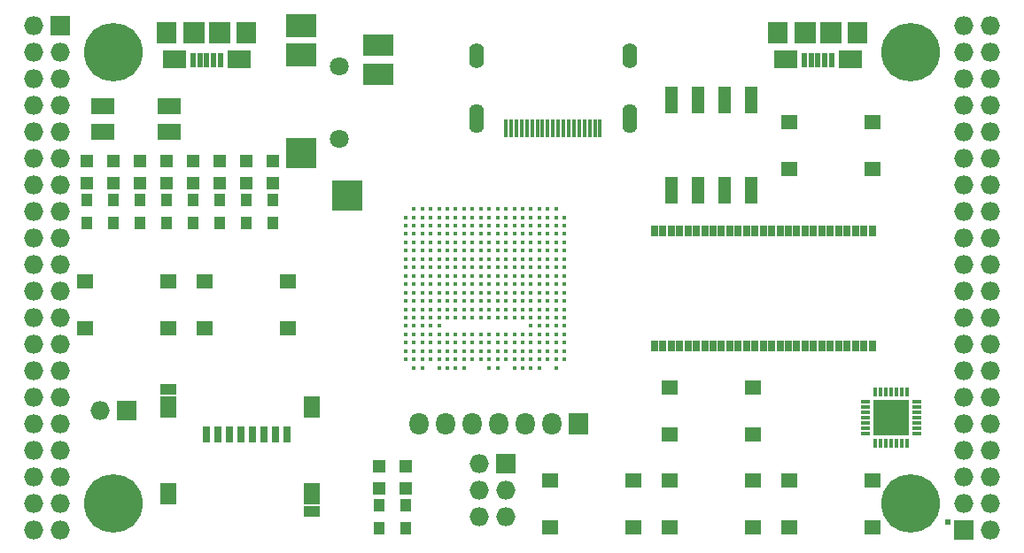
<source format=gts>
G04 #@! TF.FileFunction,Soldermask,Top*
%FSLAX46Y46*%
G04 Gerber Fmt 4.6, Leading zero omitted, Abs format (unit mm)*
G04 Created by KiCad (PCBNEW 4.0.7+dfsg1-1) date Fri Oct 13 00:45:46 2017*
%MOMM*%
%LPD*%
G01*
G04 APERTURE LIST*
%ADD10C,0.100000*%
%ADD11R,1.298880X1.298880*%
%ADD12R,0.660000X1.000000*%
%ADD13R,1.827200X1.827200*%
%ADD14O,1.827200X1.827200*%
%ADD15C,5.600000*%
%ADD16R,2.300000X1.500000*%
%ADD17R,1.000000X1.300000*%
%ADD18R,2.200000X1.700000*%
%ADD19R,2.000000X2.000000*%
%ADD20R,0.500000X1.450000*%
%ADD21R,1.900000X2.000000*%
%ADD22O,0.950000X0.400000*%
%ADD23O,0.400000X0.950000*%
%ADD24R,1.775000X1.775000*%
%ADD25R,0.600000X0.600000*%
%ADD26R,1.827200X2.132000*%
%ADD27O,1.827200X2.132000*%
%ADD28R,2.900000X2.300000*%
%ADD29R,2.900000X2.900000*%
%ADD30R,2.900000X2.100000*%
%ADD31C,1.800000*%
%ADD32O,1.400000X2.800000*%
%ADD33O,1.400000X2.400000*%
%ADD34R,0.350000X1.700000*%
%ADD35R,1.650000X1.400000*%
%ADD36R,1.220000X2.540000*%
%ADD37C,0.430000*%
%ADD38R,0.800000X1.600000*%
%ADD39R,1.550000X1.000000*%
%ADD40R,1.550000X2.100000*%
G04 APERTURE END LIST*
D10*
D11*
X118230000Y-77709020D03*
X118230000Y-75610980D03*
X115690000Y-77709020D03*
X115690000Y-75610980D03*
X113150000Y-77709020D03*
X113150000Y-75610980D03*
X110610000Y-77709020D03*
X110610000Y-75610980D03*
X108070000Y-77709020D03*
X108070000Y-75610980D03*
X105530000Y-77709020D03*
X105530000Y-75610980D03*
X102990000Y-77709020D03*
X102990000Y-75610980D03*
X100450000Y-77709020D03*
X100450000Y-75610980D03*
D12*
X175480000Y-82270000D03*
X154680000Y-93330000D03*
X155480000Y-93330000D03*
X156280000Y-93330000D03*
X157080000Y-93330000D03*
X157880000Y-93330000D03*
X158680000Y-93330000D03*
X159480000Y-93330000D03*
X160280000Y-93330000D03*
X161080000Y-93330000D03*
X161880000Y-93330000D03*
X162680000Y-93330000D03*
X163480000Y-93330000D03*
X164280000Y-93330000D03*
X165080000Y-93330000D03*
X165880000Y-93330000D03*
X166680000Y-93330000D03*
X167480000Y-93330000D03*
X168280000Y-93330000D03*
X169080000Y-93330000D03*
X169880000Y-93330000D03*
X170680000Y-93330000D03*
X171480000Y-93330000D03*
X172280000Y-93330000D03*
X173080000Y-93330000D03*
X173880000Y-93330000D03*
X174680000Y-93330000D03*
X175480000Y-93330000D03*
X174680000Y-82270000D03*
X173880000Y-82270000D03*
X173080000Y-82270000D03*
X172280000Y-82270000D03*
X171480000Y-82270000D03*
X170680000Y-82270000D03*
X169880000Y-82270000D03*
X169080000Y-82270000D03*
X168280000Y-82270000D03*
X167480000Y-82270000D03*
X166680000Y-82270000D03*
X165880000Y-82270000D03*
X165080000Y-82270000D03*
X164280000Y-82270000D03*
X163480000Y-82270000D03*
X162680000Y-82270000D03*
X161880000Y-82270000D03*
X161080000Y-82270000D03*
X160280000Y-82270000D03*
X159480000Y-82270000D03*
X158680000Y-82270000D03*
X157880000Y-82270000D03*
X157080000Y-82270000D03*
X156280000Y-82270000D03*
X155480000Y-82270000D03*
X154680000Y-82270000D03*
D13*
X97910000Y-62690000D03*
D14*
X95370000Y-62690000D03*
X97910000Y-65230000D03*
X95370000Y-65230000D03*
X97910000Y-67770000D03*
X95370000Y-67770000D03*
X97910000Y-70310000D03*
X95370000Y-70310000D03*
X97910000Y-72850000D03*
X95370000Y-72850000D03*
X97910000Y-75390000D03*
X95370000Y-75390000D03*
X97910000Y-77930000D03*
X95370000Y-77930000D03*
X97910000Y-80470000D03*
X95370000Y-80470000D03*
X97910000Y-83010000D03*
X95370000Y-83010000D03*
X97910000Y-85550000D03*
X95370000Y-85550000D03*
X97910000Y-88090000D03*
X95370000Y-88090000D03*
X97910000Y-90630000D03*
X95370000Y-90630000D03*
X97910000Y-93170000D03*
X95370000Y-93170000D03*
X97910000Y-95710000D03*
X95370000Y-95710000D03*
X97910000Y-98250000D03*
X95370000Y-98250000D03*
X97910000Y-100790000D03*
X95370000Y-100790000D03*
X97910000Y-103330000D03*
X95370000Y-103330000D03*
X97910000Y-105870000D03*
X95370000Y-105870000D03*
X97910000Y-108410000D03*
X95370000Y-108410000D03*
X97910000Y-110950000D03*
X95370000Y-110950000D03*
D13*
X184270000Y-110950000D03*
D14*
X186810000Y-110950000D03*
X184270000Y-108410000D03*
X186810000Y-108410000D03*
X184270000Y-105870000D03*
X186810000Y-105870000D03*
X184270000Y-103330000D03*
X186810000Y-103330000D03*
X184270000Y-100790000D03*
X186810000Y-100790000D03*
X184270000Y-98250000D03*
X186810000Y-98250000D03*
X184270000Y-95710000D03*
X186810000Y-95710000D03*
X184270000Y-93170000D03*
X186810000Y-93170000D03*
X184270000Y-90630000D03*
X186810000Y-90630000D03*
X184270000Y-88090000D03*
X186810000Y-88090000D03*
X184270000Y-85550000D03*
X186810000Y-85550000D03*
X184270000Y-83010000D03*
X186810000Y-83010000D03*
X184270000Y-80470000D03*
X186810000Y-80470000D03*
X184270000Y-77930000D03*
X186810000Y-77930000D03*
X184270000Y-75390000D03*
X186810000Y-75390000D03*
X184270000Y-72850000D03*
X186810000Y-72850000D03*
X184270000Y-70310000D03*
X186810000Y-70310000D03*
X184270000Y-67770000D03*
X186810000Y-67770000D03*
X184270000Y-65230000D03*
X186810000Y-65230000D03*
X184270000Y-62690000D03*
X186810000Y-62690000D03*
D15*
X102990000Y-108410000D03*
X179190000Y-108410000D03*
X179190000Y-65230000D03*
X102990000Y-65230000D03*
D16*
X108274000Y-70330000D03*
X101974000Y-70330000D03*
X101974000Y-72830000D03*
X108274000Y-72830000D03*
D13*
X104260000Y-99520000D03*
D14*
X101720000Y-99520000D03*
D11*
X128390000Y-104820980D03*
X128390000Y-106919020D03*
X130930000Y-104820980D03*
X130930000Y-106919020D03*
D17*
X128390000Y-108580000D03*
X128390000Y-110780000D03*
X130930000Y-110780000D03*
X130930000Y-108580000D03*
D18*
X114980000Y-65875000D03*
X108780000Y-65875000D03*
D19*
X113080000Y-63325000D03*
X110680000Y-63325000D03*
D20*
X113180000Y-66000000D03*
X112530000Y-66000000D03*
X111880000Y-66000000D03*
X111230000Y-66000000D03*
X110580000Y-66000000D03*
D21*
X115680000Y-63325000D03*
X108080000Y-63325000D03*
D18*
X173400000Y-65875000D03*
X167200000Y-65875000D03*
D19*
X171500000Y-63325000D03*
X169100000Y-63325000D03*
D20*
X171600000Y-66000000D03*
X170950000Y-66000000D03*
X170300000Y-66000000D03*
X169650000Y-66000000D03*
X169000000Y-66000000D03*
D21*
X174100000Y-63325000D03*
X166500000Y-63325000D03*
D13*
X140455000Y-104600000D03*
D14*
X137915000Y-104600000D03*
X140455000Y-107140000D03*
X137915000Y-107140000D03*
X140455000Y-109680000D03*
X137915000Y-109680000D03*
D17*
X118230000Y-81570000D03*
X118230000Y-79370000D03*
X115690000Y-81570000D03*
X115690000Y-79370000D03*
X113150000Y-81570000D03*
X113150000Y-79370000D03*
X110610000Y-81570000D03*
X110610000Y-79370000D03*
X108070000Y-81570000D03*
X108070000Y-79370000D03*
X105530000Y-81570000D03*
X105530000Y-79370000D03*
X102990000Y-81570000D03*
X102990000Y-79370000D03*
X100450000Y-81570000D03*
X100450000Y-79370000D03*
D22*
X179735000Y-101655000D03*
X179735000Y-101155000D03*
X179735000Y-100655000D03*
X179735000Y-100155000D03*
X179735000Y-99655000D03*
X179735000Y-99155000D03*
X179735000Y-98655000D03*
D23*
X178785000Y-97705000D03*
X178285000Y-97705000D03*
X177785000Y-97705000D03*
X177285000Y-97705000D03*
X176785000Y-97705000D03*
X176285000Y-97705000D03*
X175785000Y-97705000D03*
D22*
X174835000Y-98655000D03*
X174835000Y-99155000D03*
X174835000Y-99655000D03*
X174835000Y-100155000D03*
X174835000Y-100655000D03*
X174835000Y-101155000D03*
X174835000Y-101655000D03*
D23*
X175785000Y-102605000D03*
X176285000Y-102605000D03*
X176785000Y-102605000D03*
X177285000Y-102605000D03*
X177785000Y-102605000D03*
X178285000Y-102605000D03*
X178785000Y-102605000D03*
D24*
X176447500Y-99317500D03*
X176447500Y-100992500D03*
X178122500Y-99317500D03*
X178122500Y-100992500D03*
D25*
X182680000Y-110200000D03*
D26*
X147440000Y-100790000D03*
D27*
X144900000Y-100790000D03*
X142360000Y-100790000D03*
X139820000Y-100790000D03*
X137280000Y-100790000D03*
X134740000Y-100790000D03*
X132200000Y-100790000D03*
D28*
X120880000Y-62640000D03*
X120880000Y-65440000D03*
D29*
X120880000Y-74840000D03*
X125330000Y-78940000D03*
D30*
X128280000Y-67340000D03*
X128280000Y-64540000D03*
D31*
X124580000Y-66540000D03*
X124580000Y-73540000D03*
D32*
X152280000Y-71550000D03*
X137680000Y-71550000D03*
D33*
X137680000Y-65500000D03*
D34*
X140480000Y-72500000D03*
X140980000Y-72500000D03*
X141480000Y-72500000D03*
X141980000Y-72500000D03*
X142480000Y-72500000D03*
X142980000Y-72500000D03*
X143480000Y-72500000D03*
X143980000Y-72500000D03*
X144480000Y-72500000D03*
X144980000Y-72500000D03*
X145480000Y-72500000D03*
X145980000Y-72500000D03*
X146480000Y-72500000D03*
X146980000Y-72500000D03*
X147480000Y-72500000D03*
X147980000Y-72500000D03*
X148480000Y-72500000D03*
X148980000Y-72500000D03*
X149480000Y-72500000D03*
D33*
X152280000Y-65500000D03*
D35*
X175550000Y-71870000D03*
X175550000Y-76370000D03*
X167590000Y-76370000D03*
X167590000Y-71870000D03*
X100280000Y-91610000D03*
X100280000Y-87110000D03*
X108240000Y-87110000D03*
X108240000Y-91610000D03*
X111710000Y-91610000D03*
X111710000Y-87110000D03*
X119670000Y-87110000D03*
X119670000Y-91610000D03*
X156160000Y-101770000D03*
X156160000Y-97270000D03*
X164120000Y-97270000D03*
X164120000Y-101770000D03*
X164120000Y-106160000D03*
X164120000Y-110660000D03*
X156160000Y-110660000D03*
X156160000Y-106160000D03*
X152690000Y-106160000D03*
X152690000Y-110660000D03*
X144730000Y-110660000D03*
X144730000Y-106160000D03*
X175550000Y-106160000D03*
X175550000Y-110660000D03*
X167590000Y-110660000D03*
X167590000Y-106160000D03*
D36*
X163950000Y-69815000D03*
X156330000Y-78425000D03*
X161410000Y-69815000D03*
X158870000Y-78425000D03*
X158870000Y-69815000D03*
X161410000Y-78425000D03*
X156330000Y-69815000D03*
X163950000Y-78425000D03*
D37*
X131680000Y-80200000D03*
X132480000Y-80200000D03*
X133280000Y-80200000D03*
X134080000Y-80200000D03*
X134880000Y-80200000D03*
X135680000Y-80200000D03*
X136480000Y-80200000D03*
X137280000Y-80200000D03*
X138080000Y-80200000D03*
X138880000Y-80200000D03*
X139680000Y-80200000D03*
X140480000Y-80200000D03*
X141280000Y-80200000D03*
X142080000Y-80200000D03*
X142880000Y-80200000D03*
X143680000Y-80200000D03*
X144480000Y-80200000D03*
X145280000Y-80200000D03*
X130880000Y-81000000D03*
X131680000Y-81000000D03*
X132480000Y-81000000D03*
X133280000Y-81000000D03*
X134080000Y-81000000D03*
X134880000Y-81000000D03*
X135680000Y-81000000D03*
X136480000Y-81000000D03*
X137280000Y-81000000D03*
X138080000Y-81000000D03*
X138880000Y-81000000D03*
X139680000Y-81000000D03*
X140480000Y-81000000D03*
X141280000Y-81000000D03*
X142080000Y-81000000D03*
X142880000Y-81000000D03*
X143680000Y-81000000D03*
X144480000Y-81000000D03*
X145280000Y-81000000D03*
X146080000Y-81000000D03*
X130880000Y-81800000D03*
X131680000Y-81800000D03*
X132480000Y-81800000D03*
X133280000Y-81800000D03*
X134080000Y-81800000D03*
X134880000Y-81800000D03*
X135680000Y-81800000D03*
X136480000Y-81800000D03*
X137280000Y-81800000D03*
X138080000Y-81800000D03*
X138880000Y-81800000D03*
X139680000Y-81800000D03*
X140480000Y-81800000D03*
X141280000Y-81800000D03*
X142080000Y-81800000D03*
X142880000Y-81800000D03*
X143680000Y-81800000D03*
X144480000Y-81800000D03*
X145280000Y-81800000D03*
X146080000Y-81800000D03*
X130880000Y-82600000D03*
X131680000Y-82600000D03*
X132480000Y-82600000D03*
X133280000Y-82600000D03*
X134080000Y-82600000D03*
X134880000Y-82600000D03*
X135680000Y-82600000D03*
X136480000Y-82600000D03*
X137280000Y-82600000D03*
X138080000Y-82600000D03*
X138880000Y-82600000D03*
X139680000Y-82600000D03*
X140480000Y-82600000D03*
X141280000Y-82600000D03*
X142080000Y-82600000D03*
X142880000Y-82600000D03*
X143680000Y-82600000D03*
X144480000Y-82600000D03*
X145280000Y-82600000D03*
X146080000Y-82600000D03*
X130880000Y-83400000D03*
X131680000Y-83400000D03*
X132480000Y-83400000D03*
X133280000Y-83400000D03*
X134080000Y-83400000D03*
X134880000Y-83400000D03*
X135680000Y-83400000D03*
X136480000Y-83400000D03*
X137280000Y-83400000D03*
X138080000Y-83400000D03*
X138880000Y-83400000D03*
X139680000Y-83400000D03*
X140480000Y-83400000D03*
X141280000Y-83400000D03*
X142080000Y-83400000D03*
X142880000Y-83400000D03*
X143680000Y-83400000D03*
X144480000Y-83400000D03*
X145280000Y-83400000D03*
X146080000Y-83400000D03*
X130880000Y-84200000D03*
X131680000Y-84200000D03*
X132480000Y-84200000D03*
X133280000Y-84200000D03*
X134080000Y-84200000D03*
X134880000Y-84200000D03*
X135680000Y-84200000D03*
X136480000Y-84200000D03*
X137280000Y-84200000D03*
X138080000Y-84200000D03*
X138880000Y-84200000D03*
X139680000Y-84200000D03*
X140480000Y-84200000D03*
X141280000Y-84200000D03*
X142080000Y-84200000D03*
X142880000Y-84200000D03*
X143680000Y-84200000D03*
X144480000Y-84200000D03*
X145280000Y-84200000D03*
X146080000Y-84200000D03*
X130880000Y-85000000D03*
X131680000Y-85000000D03*
X132480000Y-85000000D03*
X133280000Y-85000000D03*
X134080000Y-85000000D03*
X134880000Y-85000000D03*
X135680000Y-85000000D03*
X136480000Y-85000000D03*
X137280000Y-85000000D03*
X138080000Y-85000000D03*
X138880000Y-85000000D03*
X139680000Y-85000000D03*
X140480000Y-85000000D03*
X141280000Y-85000000D03*
X142080000Y-85000000D03*
X142880000Y-85000000D03*
X143680000Y-85000000D03*
X144480000Y-85000000D03*
X145280000Y-85000000D03*
X146080000Y-85000000D03*
X130880000Y-85800000D03*
X131680000Y-85800000D03*
X132480000Y-85800000D03*
X133280000Y-85800000D03*
X134080000Y-85800000D03*
X134880000Y-85800000D03*
X135680000Y-85800000D03*
X136480000Y-85800000D03*
X137280000Y-85800000D03*
X138080000Y-85800000D03*
X138880000Y-85800000D03*
X139680000Y-85800000D03*
X140480000Y-85800000D03*
X141280000Y-85800000D03*
X142080000Y-85800000D03*
X142880000Y-85800000D03*
X143680000Y-85800000D03*
X144480000Y-85800000D03*
X145280000Y-85800000D03*
X146080000Y-85800000D03*
X130880000Y-86600000D03*
X131680000Y-86600000D03*
X132480000Y-86600000D03*
X133280000Y-86600000D03*
X134080000Y-86600000D03*
X134880000Y-86600000D03*
X135680000Y-86600000D03*
X136480000Y-86600000D03*
X137280000Y-86600000D03*
X138080000Y-86600000D03*
X138880000Y-86600000D03*
X139680000Y-86600000D03*
X140480000Y-86600000D03*
X141280000Y-86600000D03*
X142080000Y-86600000D03*
X142880000Y-86600000D03*
X143680000Y-86600000D03*
X144480000Y-86600000D03*
X145280000Y-86600000D03*
X146080000Y-86600000D03*
X130880000Y-87400000D03*
X131680000Y-87400000D03*
X132480000Y-87400000D03*
X133280000Y-87400000D03*
X134080000Y-87400000D03*
X134880000Y-87400000D03*
X135680000Y-87400000D03*
X136480000Y-87400000D03*
X137280000Y-87400000D03*
X138080000Y-87400000D03*
X138880000Y-87400000D03*
X139680000Y-87400000D03*
X140480000Y-87400000D03*
X141280000Y-87400000D03*
X142080000Y-87400000D03*
X142880000Y-87400000D03*
X143680000Y-87400000D03*
X144480000Y-87400000D03*
X145280000Y-87400000D03*
X146080000Y-87400000D03*
X130880000Y-88200000D03*
X131680000Y-88200000D03*
X132480000Y-88200000D03*
X133280000Y-88200000D03*
X134080000Y-88200000D03*
X134880000Y-88200000D03*
X135680000Y-88200000D03*
X136480000Y-88200000D03*
X137280000Y-88200000D03*
X138080000Y-88200000D03*
X138880000Y-88200000D03*
X139680000Y-88200000D03*
X140480000Y-88200000D03*
X141280000Y-88200000D03*
X142080000Y-88200000D03*
X142880000Y-88200000D03*
X143680000Y-88200000D03*
X144480000Y-88200000D03*
X145280000Y-88200000D03*
X146080000Y-88200000D03*
X130880000Y-89000000D03*
X131680000Y-89000000D03*
X132480000Y-89000000D03*
X133280000Y-89000000D03*
X134080000Y-89000000D03*
X134880000Y-89000000D03*
X135680000Y-89000000D03*
X136480000Y-89000000D03*
X137280000Y-89000000D03*
X138080000Y-89000000D03*
X138880000Y-89000000D03*
X139680000Y-89000000D03*
X140480000Y-89000000D03*
X141280000Y-89000000D03*
X142080000Y-89000000D03*
X142880000Y-89000000D03*
X143680000Y-89000000D03*
X144480000Y-89000000D03*
X145280000Y-89000000D03*
X146080000Y-89000000D03*
X130880000Y-89800000D03*
X131680000Y-89800000D03*
X132480000Y-89800000D03*
X133280000Y-89800000D03*
X134080000Y-89800000D03*
X134880000Y-89800000D03*
X135680000Y-89800000D03*
X136480000Y-89800000D03*
X137280000Y-89800000D03*
X138080000Y-89800000D03*
X138880000Y-89800000D03*
X139680000Y-89800000D03*
X140480000Y-89800000D03*
X141280000Y-89800000D03*
X142080000Y-89800000D03*
X142880000Y-89800000D03*
X143680000Y-89800000D03*
X144480000Y-89800000D03*
X145280000Y-89800000D03*
X146080000Y-89800000D03*
X130880000Y-90600000D03*
X131680000Y-90600000D03*
X132480000Y-90600000D03*
X133280000Y-90600000D03*
X134080000Y-90600000D03*
X134880000Y-90600000D03*
X135680000Y-90600000D03*
X136480000Y-90600000D03*
X137280000Y-90600000D03*
X138080000Y-90600000D03*
X138880000Y-90600000D03*
X139680000Y-90600000D03*
X140480000Y-90600000D03*
X141280000Y-90600000D03*
X142080000Y-90600000D03*
X142880000Y-90600000D03*
X143680000Y-90600000D03*
X144480000Y-90600000D03*
X145280000Y-90600000D03*
X146080000Y-90600000D03*
X130880000Y-91400000D03*
X131680000Y-91400000D03*
X132480000Y-91400000D03*
X133280000Y-91400000D03*
X134080000Y-91400000D03*
X142880000Y-91400000D03*
X143680000Y-91400000D03*
X144480000Y-91400000D03*
X145280000Y-91400000D03*
X146080000Y-91400000D03*
X130880000Y-92200000D03*
X131680000Y-92200000D03*
X132480000Y-92200000D03*
X133280000Y-92200000D03*
X134080000Y-92200000D03*
X134880000Y-92200000D03*
X135680000Y-92200000D03*
X136480000Y-92200000D03*
X137280000Y-92200000D03*
X138080000Y-92200000D03*
X138880000Y-92200000D03*
X139680000Y-92200000D03*
X140480000Y-92200000D03*
X141280000Y-92200000D03*
X142080000Y-92200000D03*
X142880000Y-92200000D03*
X143680000Y-92200000D03*
X144480000Y-92200000D03*
X145280000Y-92200000D03*
X146080000Y-92200000D03*
X130880000Y-93000000D03*
X131680000Y-93000000D03*
X132480000Y-93000000D03*
X133280000Y-93000000D03*
X134080000Y-93000000D03*
X134880000Y-93000000D03*
X135680000Y-93000000D03*
X136480000Y-93000000D03*
X137280000Y-93000000D03*
X138080000Y-93000000D03*
X138880000Y-93000000D03*
X139680000Y-93000000D03*
X140480000Y-93000000D03*
X141280000Y-93000000D03*
X142080000Y-93000000D03*
X142880000Y-93000000D03*
X143680000Y-93000000D03*
X144480000Y-93000000D03*
X145280000Y-93000000D03*
X146080000Y-93000000D03*
X130880000Y-93800000D03*
X131680000Y-93800000D03*
X132480000Y-93800000D03*
X133280000Y-93800000D03*
X134080000Y-93800000D03*
X134880000Y-93800000D03*
X135680000Y-93800000D03*
X136480000Y-93800000D03*
X137280000Y-93800000D03*
X138080000Y-93800000D03*
X138880000Y-93800000D03*
X139680000Y-93800000D03*
X140480000Y-93800000D03*
X141280000Y-93800000D03*
X142080000Y-93800000D03*
X142880000Y-93800000D03*
X143680000Y-93800000D03*
X144480000Y-93800000D03*
X145280000Y-93800000D03*
X146080000Y-93800000D03*
X130880000Y-94600000D03*
X131680000Y-94600000D03*
X132480000Y-94600000D03*
X133280000Y-94600000D03*
X134080000Y-94600000D03*
X134880000Y-94600000D03*
X135680000Y-94600000D03*
X136480000Y-94600000D03*
X137280000Y-94600000D03*
X138080000Y-94600000D03*
X138880000Y-94600000D03*
X139680000Y-94600000D03*
X140480000Y-94600000D03*
X141280000Y-94600000D03*
X142080000Y-94600000D03*
X142880000Y-94600000D03*
X143680000Y-94600000D03*
X144480000Y-94600000D03*
X145280000Y-94600000D03*
X146080000Y-94600000D03*
X131680000Y-95400000D03*
X132480000Y-95400000D03*
X134080000Y-95400000D03*
X134880000Y-95400000D03*
X135680000Y-95400000D03*
X136480000Y-95400000D03*
X138880000Y-95400000D03*
X139680000Y-95400000D03*
X141280000Y-95400000D03*
X142080000Y-95400000D03*
X142880000Y-95400000D03*
X143680000Y-95400000D03*
X145280000Y-95400000D03*
D38*
X111855000Y-101765000D03*
X112955000Y-101765000D03*
X114055000Y-101765000D03*
X115155000Y-101765000D03*
X116255000Y-101765000D03*
X117355000Y-101765000D03*
X118455000Y-101765000D03*
X119555000Y-101765000D03*
D39*
X108180000Y-97465000D03*
X121930000Y-109115000D03*
D40*
X121930000Y-99165000D03*
X108180000Y-99165000D03*
X108180000Y-107465000D03*
X121930000Y-107465000D03*
M02*

</source>
